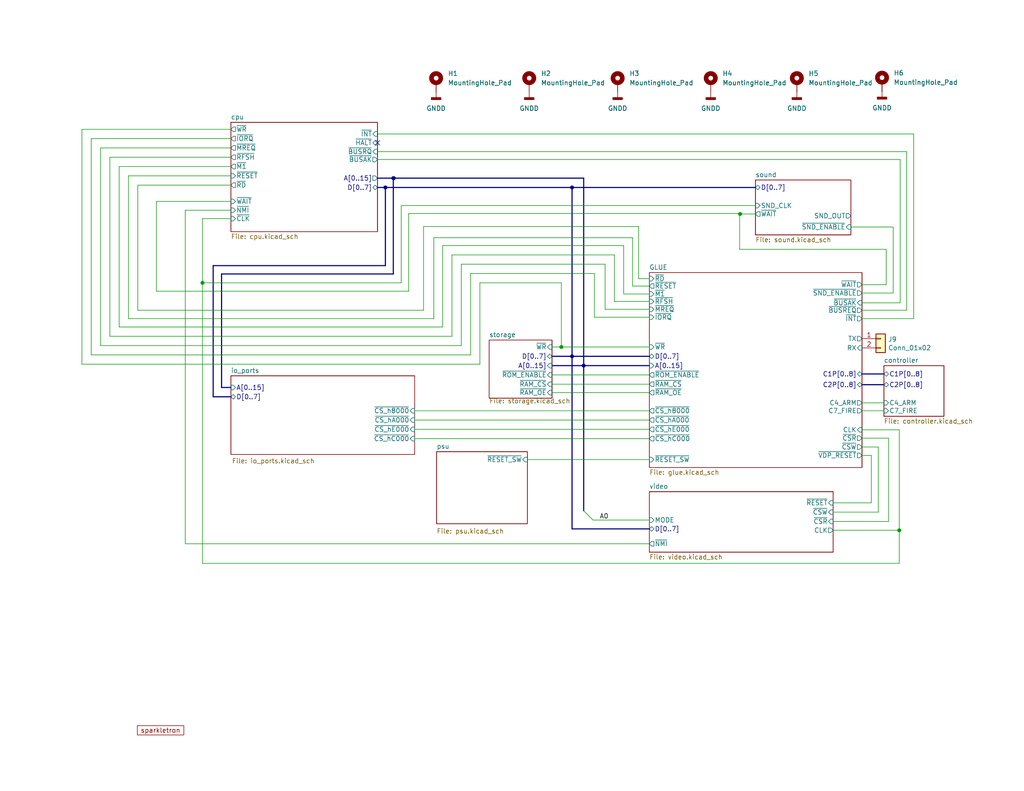
<source format=kicad_sch>
(kicad_sch (version 20230121) (generator eeschema)
  (paper "USLetter")
  (title_block (title "Righteous Tentacle, Colecovision Reverse Engineering Project") (date "2023-06-18") (rev "1.0.0.F") (company "sparkletron") (comment 1 "Jay Convertino") (comment 2 "MIT LICENSE") (comment 3 "PCB: 75743 REV F"))
  (lib_symbols
    (symbol "Connector_Generic:Conn_01x02" (pin_names (offset 1.016) hide)
      (property "Reference" "J" (at 0 2.54 0))
      (property "Value" "Conn_01x02" (at 0 -5.08 0))
      (symbol "Conn_01x02_1_1"
        (rectangle (start -1.27 -2.413) (end 0 -2.667) (stroke (width 0.1524)))
        (rectangle (start -1.27 0.127) (end 0 -0.127) (stroke (width 0.1524)))
        (rectangle (start -1.27 1.27) (end 1.27 -3.81) (stroke (width 0.254)) (fill (type background)))
        (pin passive line (at -5.08 0 0) (length 3.81) (name "Pin_1") (number "1"))
        (pin passive line (at -5.08 -2.54 0) (length 3.81) (name "Pin_2") (number "2"))
      )
    )
    (symbol "Mechanical:MountingHole_Pad" (pin_numbers hide) (pin_names (offset 1.016) hide)
      (property "Reference" "H" (at 0 6.35 0))
      (property "Value" "MountingHole_Pad" (at 0 4.445 0))
      (symbol "MountingHole_Pad_0_1"
        (circle (center 0 1.27) (radius 1.27) (stroke (width 1.27)))
      )
      (symbol "MountingHole_Pad_1_1"
        (pin input line (at 0 -2.54 90) (length 2.54) (name "1") (number "1"))
      )
    )
    (symbol "logos:sparkletron"
      (symbol "sparkletron_0_0"
        (rectangle (start -6.35 1.27) (end 6.35 -1.27))
        (text "sparkletron" (at 0 0 0) (effects (font (size 1.27 1.27))))
      )
    )
    (symbol "power:GNDD" (power) (pin_names (offset 0))
      (property "Value" "GNDD" (at 0 -3.175 0))
      (symbol "GNDD_0_1"
        (rectangle (start -1.27 -1.524) (end 1.27 -2.032) (stroke (width 0.254)) (fill (type outline)))
        (polyline (pts (xy 0 0) (xy 0 -1.524)))
      )
      (symbol "GNDD_1_1"
        (pin power_in line (at 0 0 270) (length 0) hide (name "GNDD") (number "1"))
      )
    )
  )
  (junction (at 201.93 58.42))
  (junction (at 156.083 97.282))
  (junction (at 55.245 77.216))
  (junction (at 105.156 51.181))
  (junction (at 159.258 99.822))
  (junction (at 153.162 94.742))
  (junction (at 107.315 48.641))
  (junction (at 245.364 144.78))
  (junction (at 107.442 48.641))
  (junction (at 156.083 51.181))
  (no_connect (at 102.997 38.989))
  (bus_entry (at 159.258 139.446) (size 2.54 2.54))
  (wire (pts (xy 22.352 99.441) (xy 130.937 99.441)))
  (wire (pts (xy 109.474 56.134) (xy 206.121 56.134)))
  (bus (pts (xy 107.442 48.514) (xy 107.442 48.641)))
  (bus (pts (xy 102.997 48.641) (xy 107.315 48.641)))
  (wire (pts (xy 29.972 91.821) (xy 29.972 42.926)))
  (wire (pts (xy 123.317 69.596) (xy 167.64 69.596)))
  (wire (pts (xy 239.649 122.047) (xy 235.204 122.047)))
  (wire (pts (xy 42.672 79.502) (xy 111.506 79.502)))
  (wire (pts (xy 22.352 35.306) (xy 22.352 99.441)))
  (wire (pts (xy 50.546 148.463) (xy 177.165 148.463)))
  (wire (pts (xy 150.622 104.902) (xy 177.165 104.902)))
  (wire (pts (xy 245.364 144.78) (xy 245.364 117.348)))
  (wire (pts (xy 62.992 50.546) (xy 37.592 50.546)))
  (wire (pts (xy 113.157 112.141) (xy 177.165 112.141)))
  (wire (pts (xy 177.165 86.614) (xy 162.179 86.614)))
  (wire (pts (xy 247.396 84.709) (xy 247.396 41.402)))
  (bus (pts (xy 156.083 51.181) (xy 206.121 51.181)))
  (bus (pts (xy 60.452 105.791) (xy 60.452 74.803)))
  (wire (pts (xy 172.593 78.105) (xy 177.165 78.105)))
  (wire (pts (xy 162.179 86.614) (xy 162.179 74.676)))
  (wire (pts (xy 102.997 36.576) (xy 249.301 36.576)))
  (bus (pts (xy 235.204 102.108) (xy 241.173 102.108)))
  (wire (pts (xy 32.512 45.466) (xy 32.512 89.281)))
  (bus (pts (xy 156.083 97.282) (xy 156.083 144.399)))
  (wire (pts (xy 120.777 89.281) (xy 120.777 67.056)))
  (bus (pts (xy 107.442 48.641) (xy 159.258 48.641)))
  (wire (pts (xy 62.992 48.006) (xy 35.052 48.006)))
  (wire (pts (xy 55.245 59.69) (xy 62.992 59.69)))
  (wire (pts (xy 249.301 36.576) (xy 249.301 86.995)))
  (wire (pts (xy 113.157 114.681) (xy 177.165 114.681)))
  (wire (pts (xy 227.33 144.78) (xy 245.364 144.78)))
  (wire (pts (xy 237.744 124.333) (xy 237.744 137.287)))
  (bus (pts (xy 150.622 99.822) (xy 159.258 99.822)))
  (wire (pts (xy 174.244 76.073) (xy 177.165 76.073)))
  (wire (pts (xy 123.317 91.821) (xy 123.317 69.596)))
  (wire (pts (xy 27.432 40.386) (xy 27.432 94.361)))
  (wire (pts (xy 245.364 117.348) (xy 235.204 117.348)))
  (wire (pts (xy 55.245 153.797) (xy 245.364 153.797)))
  (wire (pts (xy 120.777 67.056) (xy 170.18 67.056)))
  (wire (pts (xy 242.443 142.367) (xy 242.443 119.634)))
  (wire (pts (xy 115.57 84.709) (xy 115.57 61.849)))
  (bus (pts (xy 60.452 74.803) (xy 107.315 74.803)))
  (wire (pts (xy 102.997 43.561) (xy 245.618 43.561)))
  (bus (pts (xy 58.166 72.517) (xy 58.166 108.331)))
  (wire (pts (xy 125.857 72.136) (xy 165.1 72.136)))
  (bus (pts (xy 107.315 48.641) (xy 107.315 74.803)))
  (wire (pts (xy 130.937 99.441) (xy 130.937 77.216)))
  (wire (pts (xy 235.204 84.709) (xy 247.396 84.709)))
  (wire (pts (xy 245.364 153.797) (xy 245.364 144.78)))
  (wire (pts (xy 50.546 57.404) (xy 62.992 57.404)))
  (wire (pts (xy 239.649 139.827) (xy 239.649 122.047)))
  (wire (pts (xy 62.992 35.306) (xy 22.352 35.306)))
  (wire (pts (xy 153.162 94.742) (xy 177.165 94.742)))
  (bus (pts (xy 105.156 51.181) (xy 156.083 51.181)))
  (wire (pts (xy 170.18 80.264) (xy 177.165 80.264)))
  (wire (pts (xy 201.93 58.293) (xy 201.93 58.42)))
  (wire (pts (xy 235.204 109.982) (xy 241.173 109.982)))
  (wire (pts (xy 174.244 61.849) (xy 174.244 76.073)))
  (wire (pts (xy 24.892 96.901) (xy 24.892 37.846)))
  (bus (pts (xy 159.258 99.822) (xy 159.258 139.446)))
  (wire (pts (xy 235.204 124.333) (xy 237.744 124.333)))
  (bus (pts (xy 159.258 48.641) (xy 159.258 99.822)))
  (wire (pts (xy 143.891 125.476) (xy 177.165 125.476)))
  (wire (pts (xy 242.443 119.634) (xy 235.204 119.634)))
  (bus (pts (xy 105.156 72.517) (xy 58.166 72.517)))
  (wire (pts (xy 55.245 77.216) (xy 55.245 153.797)))
  (wire (pts (xy 201.93 58.293) (xy 111.506 58.293)))
  (bus (pts (xy 159.258 99.822) (xy 177.165 99.822)))
  (wire (pts (xy 235.204 112.141) (xy 241.173 112.141)))
  (bus (pts (xy 60.452 105.791) (xy 62.992 105.791)))
  (wire (pts (xy 243.713 61.976) (xy 232.156 61.976)))
  (wire (pts (xy 113.157 117.221) (xy 177.165 117.221)))
  (wire (pts (xy 24.892 96.901) (xy 128.397 96.901)))
  (wire (pts (xy 206.121 58.42) (xy 201.93 58.42)))
  (wire (pts (xy 235.204 77.724) (xy 241.808 77.724)))
  (wire (pts (xy 201.803 68.072) (xy 201.803 58.42)))
  (wire (pts (xy 245.618 43.561) (xy 245.618 82.677)))
  (wire (pts (xy 241.808 68.072) (xy 201.803 68.072)))
  (wire (pts (xy 55.245 77.216) (xy 109.474 77.216)))
  (wire (pts (xy 42.672 79.502) (xy 42.672 54.991)))
  (wire (pts (xy 109.474 56.134) (xy 109.474 77.216)))
  (wire (pts (xy 37.592 84.709) (xy 115.57 84.709)))
  (wire (pts (xy 128.397 74.676) (xy 128.397 96.901)))
  (wire (pts (xy 111.506 58.293) (xy 111.506 79.502)))
  (wire (pts (xy 177.165 84.455) (xy 165.1 84.455)))
  (wire (pts (xy 29.972 42.926) (xy 62.992 42.926)))
  (wire (pts (xy 235.204 80.01) (xy 243.713 80.01)))
  (wire (pts (xy 118.364 86.995) (xy 118.364 64.897)))
  (wire (pts (xy 24.892 37.846) (xy 62.992 37.846)))
  (wire (pts (xy 113.157 119.761) (xy 177.165 119.761)))
  (wire (pts (xy 249.301 86.995) (xy 235.204 86.995)))
  (wire (pts (xy 150.622 102.362) (xy 177.165 102.362)))
  (wire (pts (xy 172.593 64.897) (xy 172.593 78.105)))
  (wire (pts (xy 115.57 61.849) (xy 174.244 61.849)))
  (wire (pts (xy 167.64 82.296) (xy 177.165 82.296)))
  (wire (pts (xy 42.672 54.991) (xy 62.992 54.991)))
  (wire (pts (xy 150.622 94.742) (xy 153.162 94.742)))
  (wire (pts (xy 29.972 91.821) (xy 123.317 91.821)))
  (wire (pts (xy 227.33 142.367) (xy 242.443 142.367)))
  (wire (pts (xy 55.245 59.69) (xy 55.245 77.216)))
  (wire (pts (xy 32.512 89.281) (xy 120.777 89.281)))
  (bus (pts (xy 107.315 48.641) (xy 107.442 48.641)))
  (bus (pts (xy 150.622 97.282) (xy 156.083 97.282)))
  (bus (pts (xy 105.156 51.181) (xy 105.156 72.517)))
  (wire (pts (xy 161.798 141.986) (xy 177.165 141.986)))
  (wire (pts (xy 37.592 50.546) (xy 37.592 84.709)))
  (wire (pts (xy 125.857 94.361) (xy 125.857 72.136)))
  (wire (pts (xy 118.364 64.897) (xy 172.593 64.897)))
  (wire (pts (xy 50.546 57.404) (xy 50.546 148.463)))
  (bus (pts (xy 156.083 51.181) (xy 156.083 97.282)))
  (wire (pts (xy 153.162 77.216) (xy 153.162 94.742)))
  (wire (pts (xy 150.622 107.188) (xy 177.165 107.188)))
  (wire (pts (xy 62.992 40.386) (xy 27.432 40.386)))
  (wire (pts (xy 227.33 139.827) (xy 239.649 139.827)))
  (wire (pts (xy 27.432 94.361) (xy 125.857 94.361)))
  (wire (pts (xy 170.18 67.056) (xy 170.18 80.264)))
  (wire (pts (xy 201.803 58.42) (xy 201.93 58.42)))
  (bus (pts (xy 156.083 144.399) (xy 177.165 144.399)))
  (wire (pts (xy 245.618 82.677) (xy 235.204 82.677)))
  (bus (pts (xy 58.166 108.331) (xy 62.992 108.331)))
  (wire (pts (xy 243.713 80.01) (xy 243.713 61.976)))
  (wire (pts (xy 62.992 45.466) (xy 32.512 45.466)))
  (wire (pts (xy 247.396 41.402) (xy 102.997 41.402)))
  (wire (pts (xy 167.64 69.596) (xy 167.64 82.296)))
  (bus (pts (xy 235.204 105.029) (xy 241.173 105.029)))
  (wire (pts (xy 130.937 77.216) (xy 153.162 77.216)))
  (wire (pts (xy 128.397 74.676) (xy 162.179 74.676)))
  (wire (pts (xy 237.744 137.287) (xy 227.33 137.287)))
  (wire (pts (xy 35.052 48.006) (xy 35.052 86.995)))
  (bus (pts (xy 156.083 97.282) (xy 177.165 97.282)))
  (wire (pts (xy 165.1 84.455) (xy 165.1 72.136)))
  (wire (pts (xy 241.808 77.724) (xy 241.808 68.072)))
  (wire (pts (xy 35.052 86.995) (xy 118.364 86.995)))
  (bus (pts (xy 102.997 51.181) (xy 105.156 51.181)))
  (label "A0" (at 163.576 141.986 0))
  (symbol (lib_id "Mechanical:MountingHole_Pad") (at 217.424 22.606 0) (unit 1)
    (property "Reference" "H5" (at 220.599 20.0659 0) (effects (justify left)))
    (property "Value" "MountingHole_Pad" (at 220.599 22.6059 0) (effects (justify left)))
    (property "Footprint" "MountingHole:MountingHole_3.2mm_M3_DIN965_Pad" (effects hide))
  )
  (symbol (lib_id "power:GNDD") (at 193.929 25.146 0) (unit 1)
    (property "Reference" "#PWR04" (effects hide))
    (property "Value" "GNDD" (at 193.929 29.591 0))
  )
  (symbol (lib_id "Mechanical:MountingHole_Pad") (at 144.399 22.606 0) (unit 1)
    (property "Reference" "H2" (at 147.574 20.0659 0) (effects (justify left)))
    (property "Value" "MountingHole_Pad" (at 147.574 22.6059 0) (effects (justify left)))
    (property "Footprint" "MountingHole:MountingHole_3.2mm_M3_DIN965_Pad" (effects hide))
  )
  (symbol (lib_id "power:GNDD") (at 168.529 25.146 0) (unit 1)
    (property "Reference" "#PWR03" (effects hide))
    (property "Value" "GNDD" (at 168.529 29.591 0))
  )
  (symbol (lib_id "power:GNDD") (at 240.665 25.019 0) (unit 1)
    (property "Reference" "#PWR080" (effects hide))
    (property "Value" "GNDD" (at 240.665 29.464 0))
  )
  (symbol (lib_id "power:GNDD") (at 144.399 25.146 0) (unit 1)
    (property "Reference" "#PWR02" (effects hide))
    (property "Value" "GNDD" (at 144.399 29.591 0))
  )
  (symbol (lib_id "Mechanical:MountingHole_Pad") (at 193.929 22.606 0) (unit 1)
    (property "Reference" "H4" (at 197.104 20.0659 0) (effects (justify left)))
    (property "Value" "MountingHole_Pad" (at 197.104 22.6059 0) (effects (justify left)))
    (property "Footprint" "MountingHole:MountingHole_3.2mm_M3_DIN965_Pad" (effects hide))
  )
  (symbol (lib_id "Mechanical:MountingHole_Pad") (at 118.999 22.606 0) (unit 1)
    (property "Reference" "H1" (at 122.174 20.0659 0) (effects (justify left)))
    (property "Value" "MountingHole_Pad" (at 122.174 22.6059 0) (effects (justify left)))
    (property "Footprint" "MountingHole:MountingHole_3.2mm_M3_DIN965_Pad" (effects hide))
  )
  (symbol (lib_id "power:GNDD") (at 217.424 25.146 0) (unit 1)
    (property "Reference" "#PWR05" (effects hide))
    (property "Value" "GNDD" (at 217.424 29.591 0))
  )
  (symbol (lib_id "Mechanical:MountingHole_Pad") (at 168.529 22.606 0) (unit 1)
    (property "Reference" "H3" (at 171.704 20.0659 0) (effects (justify left)))
    (property "Value" "MountingHole_Pad" (at 171.704 22.6059 0) (effects (justify left)))
    (property "Footprint" "MountingHole:MountingHole_3.2mm_M3_DIN965_Pad" (effects hide))
  )
  (symbol (lib_id "Connector_Generic:Conn_01x02") (at 240.284 92.456 0) (unit 1)
    (property "Reference" "J9" (at 242.316 92.6592 0) (effects (justify left)))
    (property "Value" "Conn_01x02" (at 242.316 94.9706 0) (effects (justify left)))
    (property "Footprint" "Connector_Molex:Molex_KK-254_AE-6410-02A_1x02_P2.54mm_Vertical" (effects hide))
  )
  (symbol (lib_id "Mechanical:MountingHole_Pad") (at 240.665 22.479 0) (unit 1)
    (property "Reference" "H6" (at 243.84 19.9389 0) (effects (justify left)))
    (property "Value" "MountingHole_Pad" (at 243.84 22.4789 0) (effects (justify left)))
    (property "Footprint" "MountingHole:MountingHole_3.2mm_M3_DIN965_Pad" (effects hide))
  )
  (symbol (lib_id "power:GNDD") (at 118.999 25.146 0) (unit 1)
    (property "Reference" "#PWR01" (effects hide))
    (property "Value" "GNDD" (at 118.999 29.591 0))
  )
  (symbol (lib_id "logos:sparkletron") (at 43.815 199.39 0) (unit 1)
    (property "Reference" "S1" (effects hide))
    (property "Value" "sparkletron" (effects hide))
    (property "Footprint" "logos:sparkletron" (effects hide))
  )
  (sheet (at 62.992 33.401) (size 40.005 29.845)
    (property "Sheetname" "cpu" (at 62.992 32.6894 0) (effects (justify left bottom)))
    (property "Sheetfile" "cpu.kicad_sch" (at 62.992 63.8306 0) (effects (justify left top)))
    (pin "D[0..7]" bidirectional (at 102.997 51.181 0))
    (pin "A[0..15]" output (at 102.997 48.641 0))
    (pin "~{CLK}" input (at 62.992 59.69 180))
    (pin "~{INT}" input (at 102.997 36.576 0))
    (pin "~{NMI}" input (at 62.992 57.404 180))
    (pin "~{HALT}" input (at 102.997 38.989 0))
    (pin "~{MREQ}" output (at 62.992 40.386 180))
    (pin "~{IORQ}" output (at 62.992 37.846 180))
    (pin "~{RD}" output (at 62.992 50.546 180))
    (pin "~{WR}" output (at 62.992 35.306 180))
    (pin "~{BUSAK}" output (at 102.997 43.561 0))
    (pin "~{WAIT}" input (at 62.992 54.991 180))
    (pin "~{BUSRQ}" input (at 102.997 41.402 0))
    (pin "~{RESET}" input (at 62.992 48.006 180))
    (pin "~{M1}" output (at 62.992 45.466 180))
    (pin "~{RFSH}" output (at 62.992 42.926 180))
  )
  (sheet (at 206.121 49.149) (size 26.035 14.986)
    (property "Sheetname" "sound" (at 206.121 48.4374 0) (effects (justify left bottom)))
    (property "Sheetfile" "sound.kicad_sch" (at 206.121 64.7196 0) (effects (justify left top)))
    (pin "D[0..7]" bidirectional (at 206.121 51.181 180))
    (pin "~{WAIT}" output (at 206.121 58.42 180))
    (pin "~{SND_ENABLE}" input (at 232.156 61.976 0))
    (pin "SND_OUT" output (at 232.156 58.928 0))
    (pin "SND_CLK" input (at 206.121 56.134 180))
  )
  (sheet (at 177.165 134.239) (size 50.165 16.51)
    (property "Sheetname" "video" (at 177.165 133.5274 0) (effects (justify left bottom)))
    (property "Sheetfile" "video.kicad_sch" (at 177.165 151.3336 0) (effects (justify left top)))
    (pin "D[0..7]" bidirectional (at 177.165 144.399 180))
    (pin "~{NMI}" output (at 177.165 148.463 180))
    (pin "~{CSR}" input (at 227.33 142.367 0))
    (pin "~{CSW}" input (at 227.33 139.827 0))
    (pin "MODE" input (at 177.165 141.986 180))
    (pin "~{RESET}" input (at 227.33 137.287 0))
    (pin "CLK" output (at 227.33 144.78 0))
  )
  (sheet (at 119.126 123.317) (size 24.765 19.685)
    (property "Sheetname" "psu" (at 119.126 122.6054 0) (effects (justify left bottom)))
    (property "Sheetfile" "psu.kicad_sch" (at 119.126 144.272 0) (effects (justify left top)))
    (pin "~{RESET_SW}" input (at 143.891 125.476 0))
  )
  (sheet (at 133.477 92.837) (size 17.145 15.875)
    (property "Sheetname" "storage" (at 133.477 92.1254 0) (effects (justify left bottom)))
    (property "Sheetfile" "storage.kicad_sch" (at 133.477 108.712 0) (effects (justify left top)))
    (pin "D[0..7]" bidirectional (at 150.622 97.282 0))
    (pin "A[0..15]" input (at 150.622 99.822 0))
    (pin "~{WR}" input (at 150.622 94.742 0))
    (pin "~{ROM_ENABLE}" input (at 150.622 102.362 0))
    (pin "~{RAM_CS}" input (at 150.622 104.902 0))
    (pin "~{RAM_OE}" input (at 150.622 107.188 0))
  )
  (sheet (at 177.165 74.422) (size 58.039 53.213) (stroke (width 0.1524))
    (property "Sheetname" "GLUE" (at 177.165 73.7104 0) (effects (justify left bottom)))
    (property "Sheetfile" "glue.kicad_sch" (at 177.165 128.2196 0) (effects (justify left top)))
    (pin "~{WR}" input (at 177.165 94.742 180))
    (pin "~{IORQ}" input (at 177.165 86.614 180))
    (pin "~{RFSH}" input (at 177.165 82.296 180))
    (pin "~{M1}" input (at 177.165 80.264 180))
    (pin "CLK" input (at 235.204 117.348 0))
    (pin "D[0..7]" bidirectional (at 177.165 97.282 180))
    (pin "A[0..15]" input (at 177.165 99.822 180))
    (pin "~{MREQ}" input (at 177.165 84.455 180))
    (pin "~{RESET}" output (at 177.165 78.105 180))
    (pin "~{CS_hA000}" output (at 177.165 114.681 180))
    (pin "~{CS_h8000}" output (at 177.165 112.141 180))
    (pin "~{CS_hE000}" output (at 177.165 117.221 180))
    (pin "~{CS_hC000}" output (at 177.165 119.761 180))
    (pin "~{SND_ENABLE}" output (at 235.204 80.01 0))
    (pin "~{ROM_ENABLE}" output (at 177.165 102.362 180))
    (pin "~{RAM_CS}" output (at 177.165 104.902 180))
    (pin "~{CSW}" output (at 235.204 122.047 0))
    (pin "~{CSR}" output (at 235.204 119.634 0))
    (pin "~{WAIT}" output (at 235.204 77.724 0))
    (pin "~{RESET_SW}" input (at 177.165 125.476 180))
    (pin "C1P[0..8]" bidirectional (at 235.204 102.108 0))
    (pin "C2P[0..8]" bidirectional (at 235.204 105.029 0))
    (pin "~{INT}" output (at 235.204 86.995 0))
    (pin "~{VDP_RESET}" output (at 235.204 124.333 0))
    (pin "~{RD}" input (at 177.165 76.073 180))
    (pin "~{RAM_OE}" output (at 177.165 107.188 180))
    (pin "RX" input (at 235.204 94.996 0))
    (pin "TX" output (at 235.204 92.456 0))
    (pin "C4_ARM" output (at 235.204 109.982 0))
    (pin "C7_FIRE" output (at 235.204 112.141 0))
    (pin "~{BUSREQ}" output (at 235.204 84.709 0))
    (pin "~{BUSAK}" input (at 235.204 82.677 0))
  )
  (sheet (at 62.992 102.616) (size 50.165 21.463) (stroke (width 0.1524))
    (property "Sheetname" "io_ports" (at 62.992 101.9044 0) (effects (justify left bottom)))
    (property "Sheetfile" "io_ports.kicad_sch" (at 63.246 125.095 0) (effects (justify left top)))
    (pin "D[0..7]" bidirectional (at 62.992 108.331 180))
    (pin "A[0..15]" input (at 62.992 105.791 180))
    (pin "~{CS_h8000}" input (at 113.157 112.141 0))
    (pin "~{CS_hA000}" input (at 113.157 114.681 0))
    (pin "~{CS_hE000}" input (at 113.157 117.221 0))
    (pin "~{CS_hC000}" input (at 113.157 119.761 0))
  )
  (sheet (at 241.173 99.822) (size 16.383 13.843) (stroke (width 0.1524))
    (property "Sheetname" "controller" (at 241.173 99.1104 0) (effects (justify left bottom)))
    (property "Sheetfile" "controller.kicad_sch" (at 241.173 114.2496 0) (effects (justify left top)))
    (pin "C1P[0..8]" bidirectional (at 241.173 102.108 180))
    (pin "C2P[0..8]" bidirectional (at 241.173 105.029 180))
    (pin "C4_ARM" input (at 241.173 109.982 180))
    (pin "C7_FIRE" input (at 241.173 112.141 180))
  )
)
</source>
